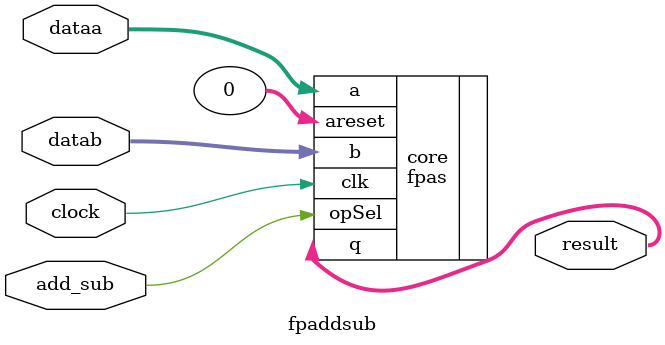
<source format=v>
`timescale 1ns / 1ps


module fpaddsub(
    add_sub, //1 for add, 0 for sub
	clock,
	dataa,
	datab,
	result	
    );
parameter IN_WIDTH=32;

input wire clock, add_sub;
input wire [IN_WIDTH-1:0] dataa,datab;
output wire [IN_WIDTH-1:0] result;


fpas core(
		.a(dataa),      //      a.a
		.areset(0), // areset.reset
		.b(datab),      //      b.b
		.clk(clock),    //    clk.clk
		.q(result),      //      q.q
		.opSel(add_sub)       //      s.s
	);
	
endmodule

</source>
